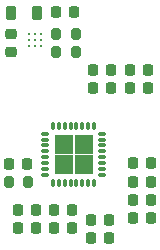
<source format=gbr>
%TF.GenerationSoftware,KiCad,Pcbnew,9.0.1+dfsg-1*%
%TF.CreationDate,2025-05-01T10:53:58+02:00*%
%TF.ProjectId,audio-codec,61756469-6f2d-4636-9f64-65632e6b6963,rev?*%
%TF.SameCoordinates,Original*%
%TF.FileFunction,Paste,Top*%
%TF.FilePolarity,Positive*%
%FSLAX46Y46*%
G04 Gerber Fmt 4.6, Leading zero omitted, Abs format (unit mm)*
G04 Created by KiCad (PCBNEW 9.0.1+dfsg-1) date 2025-05-01 10:53:58*
%MOMM*%
%LPD*%
G01*
G04 APERTURE LIST*
G04 Aperture macros list*
%AMRoundRect*
0 Rectangle with rounded corners*
0 $1 Rounding radius*
0 $2 $3 $4 $5 $6 $7 $8 $9 X,Y pos of 4 corners*
0 Add a 4 corners polygon primitive as box body*
4,1,4,$2,$3,$4,$5,$6,$7,$8,$9,$2,$3,0*
0 Add four circle primitives for the rounded corners*
1,1,$1+$1,$2,$3*
1,1,$1+$1,$4,$5*
1,1,$1+$1,$6,$7*
1,1,$1+$1,$8,$9*
0 Add four rect primitives between the rounded corners*
20,1,$1+$1,$2,$3,$4,$5,0*
20,1,$1+$1,$4,$5,$6,$7,0*
20,1,$1+$1,$6,$7,$8,$9,0*
20,1,$1+$1,$8,$9,$2,$3,0*%
G04 Aperture macros list end*
%ADD10C,0.010000*%
%ADD11RoundRect,0.225000X-0.225000X-0.250000X0.225000X-0.250000X0.225000X0.250000X-0.225000X0.250000X0*%
%ADD12RoundRect,0.200000X0.200000X0.275000X-0.200000X0.275000X-0.200000X-0.275000X0.200000X-0.275000X0*%
%ADD13RoundRect,0.225000X0.225000X0.250000X-0.225000X0.250000X-0.225000X-0.250000X0.225000X-0.250000X0*%
%ADD14C,0.260000*%
%ADD15RoundRect,0.031250X-0.093750X0.268750X-0.093750X-0.268750X0.093750X-0.268750X0.093750X0.268750X0*%
%ADD16RoundRect,0.031250X-0.268750X0.093750X-0.268750X-0.093750X0.268750X-0.093750X0.268750X0.093750X0*%
%ADD17RoundRect,0.225000X0.250000X-0.225000X0.250000X0.225000X-0.250000X0.225000X-0.250000X-0.225000X0*%
%ADD18RoundRect,0.200000X-0.200000X-0.275000X0.200000X-0.275000X0.200000X0.275000X-0.200000X0.275000X0*%
%ADD19RoundRect,0.218750X0.218750X0.381250X-0.218750X0.381250X-0.218750X-0.381250X0.218750X-0.381250X0*%
G04 APERTURE END LIST*
D10*
%TO.C,U1*%
X84010000Y-65275000D02*
X82520000Y-65275000D01*
X82520000Y-63785000D01*
X84010000Y-63785000D01*
X84010000Y-65275000D01*
G36*
X84010000Y-65275000D02*
G01*
X82520000Y-65275000D01*
X82520000Y-63785000D01*
X84010000Y-63785000D01*
X84010000Y-65275000D01*
G37*
X84010000Y-66965000D02*
X82520000Y-66965000D01*
X82520000Y-65475000D01*
X84010000Y-65475000D01*
X84010000Y-66965000D01*
G36*
X84010000Y-66965000D02*
G01*
X82520000Y-66965000D01*
X82520000Y-65475000D01*
X84010000Y-65475000D01*
X84010000Y-66965000D01*
G37*
X85700000Y-65275000D02*
X84210000Y-65275000D01*
X84210000Y-63785000D01*
X85700000Y-63785000D01*
X85700000Y-65275000D01*
G36*
X85700000Y-65275000D02*
G01*
X84210000Y-65275000D01*
X84210000Y-63785000D01*
X85700000Y-63785000D01*
X85700000Y-65275000D01*
G37*
X85700000Y-66965000D02*
X84210000Y-66965000D01*
X84210000Y-65475000D01*
X85700000Y-65475000D01*
X85700000Y-66965000D01*
G36*
X85700000Y-66965000D02*
G01*
X84210000Y-66965000D01*
X84210000Y-65475000D01*
X85700000Y-65475000D01*
X85700000Y-66965000D01*
G37*
%TD*%
D11*
%TO.C,C16*%
X89160000Y-70800000D03*
X90710000Y-70800000D03*
%TD*%
%TO.C,C17*%
X89160000Y-66150000D03*
X90710000Y-66150000D03*
%TD*%
%TO.C,C12*%
X85750000Y-59725000D03*
X87300000Y-59725000D03*
%TD*%
D12*
%TO.C,R1*%
X80260000Y-67725000D03*
X78610000Y-67725000D03*
%TD*%
D13*
%TO.C,C2*%
X84167648Y-53350000D03*
X82617648Y-53350000D03*
%TD*%
D11*
%TO.C,C10*%
X89160000Y-67700000D03*
X90710000Y-67700000D03*
%TD*%
%TO.C,C14*%
X85750000Y-58200000D03*
X87300000Y-58200000D03*
%TD*%
%TO.C,C7*%
X85585000Y-72500000D03*
X87135000Y-72500000D03*
%TD*%
%TO.C,C11*%
X89160000Y-69225000D03*
X90710000Y-69225000D03*
%TD*%
D12*
%TO.C,R3*%
X84292648Y-55150000D03*
X82642648Y-55150000D03*
%TD*%
D11*
%TO.C,C6*%
X85585000Y-70975000D03*
X87135000Y-70975000D03*
%TD*%
D13*
%TO.C,C5*%
X83985000Y-70115000D03*
X82435000Y-70115000D03*
%TD*%
D14*
%TO.C,U2*%
X80340000Y-55200000D03*
X80840000Y-55200000D03*
X81340000Y-55200000D03*
X80340000Y-55700000D03*
X80840000Y-55700000D03*
X81340000Y-55700000D03*
X80340000Y-56200000D03*
X80840000Y-56200000D03*
X81340000Y-56200000D03*
%TD*%
D15*
%TO.C,U1*%
X85860000Y-62975000D03*
X85360000Y-62975000D03*
X84860000Y-62975000D03*
X84360000Y-62975000D03*
X83860000Y-62975000D03*
X83360000Y-62975000D03*
X82860000Y-62975000D03*
X82360000Y-62975000D03*
D16*
X81710000Y-63625000D03*
X81710000Y-64125000D03*
X81710000Y-64625000D03*
X81710000Y-65125000D03*
X81710000Y-65625000D03*
X81710000Y-66125000D03*
X81710000Y-66625000D03*
X81710000Y-67125000D03*
D15*
X82360000Y-67775000D03*
X82860000Y-67775000D03*
X83360000Y-67775000D03*
X83860000Y-67775000D03*
X84360000Y-67775000D03*
X84860000Y-67775000D03*
X85360000Y-67775000D03*
X85860000Y-67775000D03*
D16*
X86510000Y-67125000D03*
X86510000Y-66625000D03*
X86510000Y-66125000D03*
X86510000Y-65625000D03*
X86510000Y-65125000D03*
X86510000Y-64625000D03*
X86510000Y-64125000D03*
X86510000Y-63625000D03*
%TD*%
D11*
%TO.C,C13*%
X88875000Y-58200000D03*
X90425000Y-58200000D03*
%TD*%
D13*
%TO.C,C9*%
X80935000Y-70115000D03*
X79385000Y-70115000D03*
%TD*%
D11*
%TO.C,C15*%
X88850000Y-59775000D03*
X90400000Y-59775000D03*
%TD*%
D17*
%TO.C,C3*%
X78775000Y-56700000D03*
X78775000Y-55150000D03*
%TD*%
D18*
%TO.C,R2*%
X82667648Y-56675000D03*
X84317648Y-56675000D03*
%TD*%
D13*
%TO.C,C1*%
X80210000Y-66175000D03*
X78660000Y-66175000D03*
%TD*%
%TO.C,C8*%
X80935000Y-71625000D03*
X79385000Y-71625000D03*
%TD*%
D19*
%TO.C,L1*%
X80980148Y-53425000D03*
X78855148Y-53425000D03*
%TD*%
D13*
%TO.C,C4*%
X83985000Y-71625000D03*
X82435000Y-71625000D03*
%TD*%
M02*

</source>
